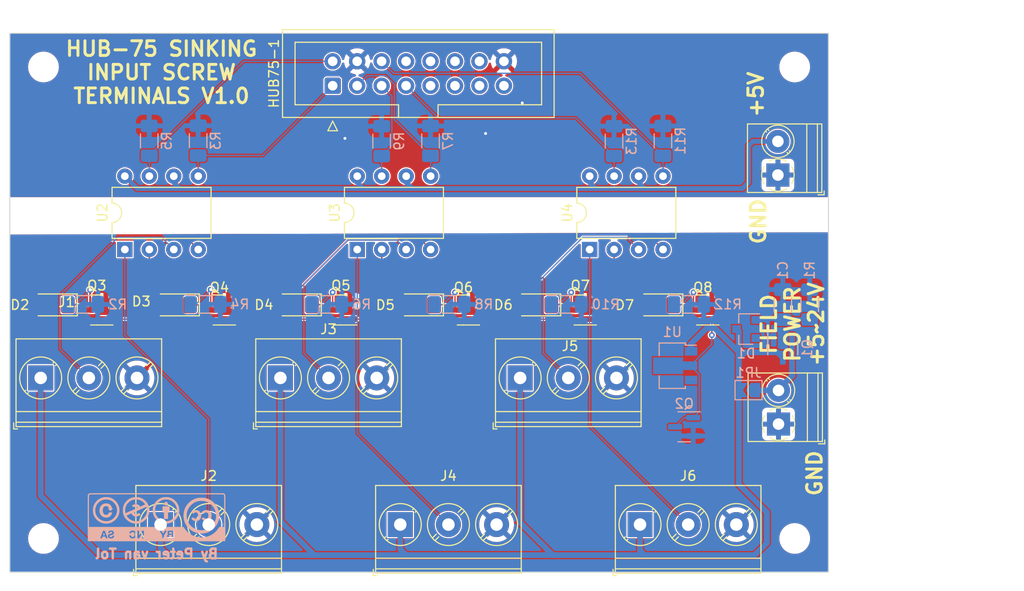
<source format=kicad_pcb>
(kicad_pcb (version 20211014) (generator pcbnew)
  (layers (0 "F.Cu" signal "Front") (31 "B.Cu" signal "Back") (34 "B.Paste" user) (35 "F.Paste" user) (36 "B.SilkS" user "B.Silkscreen") (37 "F.SilkS" user "F.Silkscreen") (38 "B.Mask" user) (39 "F.Mask" user) (44 "Edge.Cuts" user))
  (net 0 "")
  (net 1 "Net-(C1-Pad1)")
  (net 2 "GNDD")
  (net 3 "VDD")
  (net 4 "Net-(D2-Pad1)")
  (net 5 "Net-(D2-Pad2)")
  (net 6 "Net-(D3-Pad1)")
  (net 7 "Net-(D3-Pad2)")
  (net 8 "GND")
  (net 17 "GPIO1-6")
  (net 18 "GPIO1-5")
  (net 19 "GPIO1-4")
  (net 20 "GPIO1-3")
  (net 21 "GPIO1-2")
  (net 22 "GPIO1-1")
  (net 23 "Net-(JP1-Pad1)")
  (net 24 "Net-(J1-Pad2)")
  (net 25 "Net-(J2-Pad2)")
  (net 26 "Net-(J3-Pad2)")
  (net 27 "CUR_MIRROR")
  (net 28 "+5V")
  (net 29 "Net-(D4-Pad1)")
  (net 30 "Net-(D4-Pad2)")
  (net 31 "Net-(D5-Pad1)")
  (net 32 "Net-(D5-Pad2)")
  (net 33 "Net-(J4-Pad2)")
  (net 34 "Net-(J5-Pad2)")
  (net 35 "Net-(D6-Pad1)")
  (net 36 "Net-(D6-Pad2)")
  (net 37 "Net-(D7-Pad1)")
  (net 38 "Net-(D7-Pad2)")
  (net 39 "Net-(J6-Pad2)")
  (footprint "Package_TO_SOT_SMD:SOT-23" (layer "F.Cu") (at 39.0115 56.44 180)
    (fp_text reference "Q3" (at 0 2.54) (layer "F.SilkS"))
    (fp_text value "2N7002" hide)
    (pad "1" smd roundrect (at -0.9375 -0.95 180) (size 1.475 0.6) (layers "F.Cu" "F.Paste" "F.Mask") (net 27 "CUR_MIRROR"))
    (pad "2" smd roundrect (at -0.9375 0.95 180) (size 1.475 0.6) (layers "F.Cu" "F.Paste" "F.Mask") (net 2 "GNDD"))
    (pad "3" smd roundrect (at 0.9375 0 180) (size 1.475 0.6) (layers "F.Cu" "F.Paste" "F.Mask") (net 4 "Net-(D2-Pad1)"))
  )
  (footprint "Package_DIP:DIP-8_W7.62mm" (layer "F.Cu") (at 41.92 50.155 90)
    (fp_text reference "U2" (at 3.81 -2.33 90) (layer "F.SilkS"))
    (fp_text value "LTV-827" hide)
    (pad "1" thru_hole rect (at 0 0 90) (size 1.6 1.6) (drill 0.8) (layers *.Cu *.Mask) (net 25 "Net-(J2-Pad2)"))
    (pad "2" thru_hole oval (at 0 2.54 90) (size 1.6 1.6) (drill 0.8) (layers *.Cu *.Mask) (net 7 "Net-(D3-Pad2)"))
    (pad "3" thru_hole oval (at 0 5.08 90) (size 1.6 1.6) (drill 0.8) (layers *.Cu *.Mask) (net 24 "Net-(J1-Pad2)"))
    (pad "4" thru_hole oval (at 0 7.62 90) (size 1.6 1.6) (drill 0.8) (layers *.Cu *.Mask) (net 5 "Net-(D2-Pad2)"))
    (pad "5" thru_hole oval (at 7.62 7.62 90) (size 1.6 1.6) (drill 0.8) (layers *.Cu *.Mask) (net 22 "GPIO1-1"))
    (pad "6" thru_hole oval (at 7.62 5.08 90) (size 1.6 1.6) (drill 0.8) (layers *.Cu *.Mask) (net 28 "+5V"))
    (pad "7" thru_hole oval (at 7.62 2.54 90) (size 1.6 1.6) (drill 0.8) (layers *.Cu *.Mask) (net 21 "GPIO1-2"))
    (pad "8" thru_hole oval (at 7.62 0 90) (size 1.6 1.6) (drill 0.8) (layers *.Cu *.Mask) (net 28 "+5V"))
  )
  (footprint "LED_SMD:LED_1206_3216Metric_Pad1.42x1.75mm_HandSolder" (layer "F.Cu") (at 72.54339 55.91 180)
    (fp_text reference "D5" (at 2.5 -0.017) (layer "F.SilkS") (effects (justify right)))
    (fp_text value "LED_Small" hide)
    (pad "1" smd roundrect (at -1.4875 0 180) (size 1.425 1.75) (layers "F.Cu" "F.Paste" "F.Mask") (roundrect_rratio 0.1754392982) (net 31 "Net-(D5-Pad1)"))
    (pad "2" smd roundrect (at 1.4875 0 180) (size 1.425 1.75) (layers "F.Cu" "F.Paste" "F.Mask") (roundrect_rratio 0.1754392982) (net 32 "Net-(D5-Pad2)"))
  )
  (footprint "MountingHole:MountingHole_2.7mm_M2.5_DIN965" (layer "F.Cu") (at 111.472 31.186)
    (fp_text reference "HOLE2" hide)
    (fp_text value "MountingHole_2.7mm_M2.5_DIN965" hide)
    (pad "" np_thru_hole circle (at 0 0) (size 2.7 2.7) (drill 2.7) (layers *.Cu *.Mask))
  )
  (footprint "TerminalBlock_Phoenix:TerminalBlock_Phoenix_PT-1,5-3-5.0-H_1x03_P5.00mm_Horizontal" (layer "F.Cu") (at 95.41 78.74)
    (fp_text reference "J6" (at 5 -5.06) (layer "F.SilkS"))
    (fp_text value "TerminalBlock_Phoenix:TerminalBlock_Phoenix_PT-1,5-3-5.0-H_1x03_P5.00mm_Horizontal")
    (pad "1" thru_hole rect (at 0 0) (size 2.6 2.6) (drill 1.3) (layers *.Cu *.Mask) (net 3 "VDD"))
    (pad "2" thru_hole circle (at 5 0) (size 2.6 2.6) (drill 1.3) (layers *.Cu *.Mask) (net 39 "Net-(J6-Pad2)"))
    (pad "3" thru_hole circle (at 10 0) (size 2.6 2.6) (drill 1.3) (layers *.Cu *.Mask) (net 2 "GNDD"))
  )
  (footprint "MountingHole:MountingHole_2.7mm_M2.5_DIN965" (layer "F.Cu") (at 111.472 80.186)
    (fp_text reference "HOLE4" hide)
    (fp_text value "MountingHole_2.7mm_M2.5_DIN965" hide)
    (pad "" np_thru_hole circle (at 0 0) (size 2.7 2.7) (drill 2.7) (layers *.Cu *.Mask))
  )
  (footprint "Package_TO_SOT_SMD:SOT-23" (layer "F.Cu") (at 64.3533 56.44 180)
    (fp_text reference "Q5" (at 0 2.54) (layer "F.SilkS"))
    (fp_text value "2N7002" hide)
    (pad "1" smd roundrect (at -0.9375 -0.95 180) (size 1.475 0.6) (layers "F.Cu" "F.Paste" "F.Mask") (net 27 "CUR_MIRROR"))
    (pad "2" smd roundrect (at -0.9375 0.95 180) (size 1.475 0.6) (layers "F.Cu" "F.Paste" "F.Mask") (net 2 "GNDD"))
    (pad "3" smd roundrect (at 0.9375 0 180) (size 1.475 0.6) (layers "F.Cu" "F.Paste" "F.Mask") (net 29 "Net-(D4-Pad1)"))
  )
  (footprint "TerminalBlock_Phoenix:TerminalBlock_Phoenix_PT-1,5-2-3.5-H_1x02_P3.50mm_Horizontal" (layer "F.Cu") (at 109.728 42.418 90)
    (fp_text reference "PWR2" hide)
    (fp_text value "Screw_Terminal_01x02" hide)
    (pad "1" thru_hole rect (at 0 0 90) (size 2.4 2.4) (drill 1.2) (layers *.Cu *.Mask) (net 8 "GND"))
    (pad "2" thru_hole circle (at 3.5 0 90) (size 2.4 2.4) (drill 1.2) (layers *.Cu *.Mask) (net 28 "+5V"))
  )
  (footprint "TerminalBlock_Phoenix:TerminalBlock_Phoenix_PT-1,5-3-5.0-H_1x03_P5.00mm_Horizontal" (layer "F.Cu") (at 70.518 78.74)
    (fp_text reference "J4" (at 5 -5.06) (layer "F.SilkS"))
    (fp_text value "Conn_01x03_Male")
    (pad "1" thru_hole rect (at 0 0) (size 2.6 2.6) (drill 1.3) (layers *.Cu *.Mask) (net 3 "VDD"))
    (pad "2" thru_hole circle (at 5 0) (size 2.6 2.6) (drill 1.3) (layers *.Cu *.Mask) (net 33 "Net-(J4-Pad2)"))
    (pad "3" thru_hole circle (at 10 0) (size 2.6 2.6) (drill 1.3) (layers *.Cu *.Mask) (net 2 "GNDD"))
  )
  (footprint "Package_TO_SOT_SMD:SOT-23" (layer "F.Cu") (at 77.07689 56.44 180)
    (fp_text reference "Q6" (at 0 2.335) (layer "F.SilkS"))
    (fp_text value "2N7002" hide)
    (pad "1" smd roundrect (at -0.9375 -0.95 180) (size 1.475 0.6) (layers "F.Cu" "F.Paste" "F.Mask") (net 27 "CUR_MIRROR"))
    (pad "2" smd roundrect (at -0.9375 0.95 180) (size 1.475 0.6) (layers "F.Cu" "F.Paste" "F.Mask") (net 2 "GNDD"))
    (pad "3" smd roundrect (at 0.9375 0 180) (size 1.475 0.6) (layers "F.Cu" "F.Paste" "F.Mask") (net 31 "Net-(D5-Pad1)"))
  )
  (footprint "Package_TO_SOT_SMD:SOT-23" (layer "F.Cu") (at 89.208909 56.44 180)
    (fp_text reference "Q7" (at 0 2.54) (layer "F.SilkS"))
    (fp_text value "2N7002" hide)
    (pad "1" smd roundrect (at -0.9375 -0.95 180) (size 1.475 0.6) (layers "F.Cu" "F.Paste" "F.Mask") (net 27 "CUR_MIRROR"))
    (pad "2" smd roundrect (at -0.9375 0.95 180) (size 1.475 0.6) (layers "F.Cu" "F.Paste" "F.Mask") (net 2 "GNDD"))
    (pad "3" smd roundrect (at 0.9375 0 180) (size 1.475 0.6) (layers "F.Cu" "F.Paste" "F.Mask") (net 35 "Net-(D6-Pad1)"))
  )
  (footprint "LED_SMD:LED_1206_3216Metric_Pad1.42x1.75mm_HandSolder" (layer "F.Cu") (at 47.20159 55.91 180)
    (fp_text reference "D3" (at 2.5 0.359) (layer "F.SilkS") (effects (justify right)))
    (fp_text value "LED_Small" hide)
    (pad "1" smd roundrect (at -1.4875 0 180) (size 1.425 1.75) (layers "F.Cu" "F.Paste" "F.Mask") (roundrect_rratio 0.1754392982) (net 6 "Net-(D3-Pad1)"))
    (pad "2" smd roundrect (at 1.4875 0 180) (size 1.425 1.75) (layers "F.Cu" "F.Paste" "F.Mask") (roundrect_rratio 0.1754392982) (net 7 "Net-(D3-Pad2)"))
  )
  (footprint "Connector_IDC:IDC-Header_2x08_P2.54mm_Vertical" (layer "F.Cu") (at 63.5 33.1375 90)
    (fp_text reference "HUB75-1" (at 1.27 -6.1 90) (layer "F.SilkS"))
    (fp_text value "Conn_02x08_Odd_Even" hide)
    (pad "1" thru_hole roundrect (at 0 0 90) (size 1.7 1.7) (drill 1) (layers *.Cu *.Mask) (roundrect_rratio 0.1470588235) (net 22 "GPIO1-1"))
    (pad "2" thru_hole circle (at 2.54 0 90) (size 1.7 1.7) (drill 1) (layers *.Cu *.Mask) (net 21 "GPIO1-2"))
    (pad "3" thru_hole circle (at 0 2.54 90) (size 1.7 1.7) (drill 1) (layers *.Cu *.Mask) (net 20 "GPIO1-3"))
    (pad "4" thru_hole circle (at 2.54 2.54 90) (size 1.7 1.7) (drill 1) (layers *.Cu *.Mask) (net 8 "GND"))
    (pad "5" thru_hole circle (at 0 5.08 90) (size 1.7 1.7) (drill 1) (layers *.Cu *.Mask) (net 19 "GPIO1-4"))
    (pad "6" thru_hole circle (at 2.54 5.08 90) (size 1.7 1.7) (drill 1) (layers *.Cu *.Mask) (net 18 "GPIO1-5"))
    (pad "7" thru_hole circle (at 0 7.62 90) (size 1.7 1.7) (drill 1) (layers *.Cu *.Mask) (net 17 "GPIO1-6"))
    (pad "8" thru_hole circle (at 2.54 7.62 90) (size 1.7 1.7) (drill 1) (layers *.Cu *.Mask))
    (pad "9" thru_hole circle (at 0 10.16 90) (size 1.7 1.7) (drill 1) (layers *.Cu *.Mask))
    (pad "10" thru_hole circle (at 2.54 10.16 90) (size 1.7 1.7) (drill 1) (layers *.Cu *.Mask))
    (pad "11" thru_hole circle (at 0 12.7 90) (size 1.7 1.7) (drill 1) (layers *.Cu *.Mask))
    (pad "12" thru_hole circle (at 2.54 12.7 90) (size 1.7 1.7) (drill 1) (layers *.Cu *.Mask))
    (pad "13" thru_hole circle (at 0 15.24 90) (size 1.7 1.7) (drill 1) (layers *.Cu *.Mask))
    (pad "14" thru_hole circle (at 2.54 15.24 90) (size 1.7 1.7) (drill 1) (layers *.Cu *.Mask))
    (pad "15" thru_hole circle (at 0 17.78 90) (size 1.7 1.7) (drill 1) (layers *.Cu *.Mask))
    (pad "16" thru_hole circle (at 2.54 17.78 90) (size 1.7 1.7) (drill 1) (layers *.Cu *.Mask) (net 8 "GND"))
  )
  (footprint "LED_SMD:LED_1206_3216Metric_Pad1.42x1.75mm_HandSolder" (layer "F.Cu") (at 84.715409 55.91 180)
    (fp_text reference "D6" (at 4.572 0) (layer "F.SilkS") (effects (justify left)))
    (fp_text value "LED_Small" hide)
    (pad "1" smd roundrect (at -1.4875 0 180) (size 1.425 1.75) (layers "F.Cu" "F.Paste" "F.Mask") (roundrect_rratio 0.1754392982) (net 35 "Net-(D6-Pad1)"))
    (pad "2" smd roundrect (at 1.4875 0 180) (size 1.425 1.75) (layers "F.Cu" "F.Paste" "F.Mask") (roundrect_rratio 0.1754392982) (net 36 "Net-(D6-Pad2)"))
  )
  (footprint "Package_DIP:DIP-8_W7.62mm" (layer "F.Cu") (at 90.18 50.155 90)
    (fp_text reference "U4" (at 3.81 -2.33 90) (layer "F.SilkS"))
    (fp_text value "LTV-827" hide)
    (pad "1" thru_hole rect (at 0 0 90) (size 1.6 1.6) (drill 0.8) (layers *.Cu *.Mask) (net 39 "Net-(J6-Pad2)"))
    (pad "2" thru_hole oval (at 0 2.54 90) (size 1.6 1.6) (drill 0.8) (layers *.Cu *.Mask) (net 38 "Net-(D7-Pad2)"))
    (pad "3" thru_hole oval (at 0 5.08 90) (size 1.6 1.6) (drill 0.8) (layers *.Cu *.Mask) (net 34 "Net-(J5-Pad2)"))
    (pad "4" thru_hole oval (at 0 7.62 90) (size 1.6 1.6) (drill 0.8) (layers *.Cu *.Mask) (net 36 "Net-(D6-Pad2)"))
    (pad "5" thru_hole oval (at 7.62 7.62 90) (size 1.6 1.6) (drill 0.8) (layers *.Cu *.Mask) (net 18 "GPIO1-5"))
    (pad "6" thru_hole oval (at 7.62 5.08 90) (size 1.6 1.6) (drill 0.8) (layers *.Cu *.Mask) (net 28 "+5V"))
    (pad "7" thru_hole oval (at 7.62 2.54 90) (size 1.6 1.6) (drill 0.8) (layers *.Cu *.Mask) (net 17 "GPIO1-6"))
    (pad "8" thru_hole oval (at 7.62 0 90) (size 1.6 1.6) (drill 0.8) (layers *.Cu *.Mask) (net 28 "+5V"))
  )
  (footprint "LED_SMD:LED_1206_3216Metric_Pad1.42x1.75mm_HandSolder" (layer "F.Cu") (at 34.518 55.91 180)
    (fp_text reference "D2" (at 4.572 0) (layer "F.SilkS") (effects (justify left)))
    (fp_text value "LED_Small" hide)
    (pad "1" smd roundrect (at -1.4875 0 180) (size 1.425 1.75) (layers "F.Cu" "F.Paste" "F.Mask") (roundrect_rratio 0.1754392982) (net 4 "Net-(D2-Pad1)"))
    (pad "2" smd roundrect (at 1.4875 0 180) (size 1.425 1.75) (layers "F.Cu" "F.Paste" "F.Mask") (roundrect_rratio 0.1754392982) (net 5 "Net-(D2-Pad2)"))
  )
  (footprint "MountingHole:MountingHole_2.7mm_M2.5_DIN965" (layer "F.Cu") (at 33.472 31.186)
    (fp_text reference "HOLE1" hide)
    (fp_text value "MountingHole_2.7mm_M2.5_DIN965" hide)
    (pad "" np_thru_hole circle (at 0 0) (size 2.7 2.7) (drill 2.7) (layers *.Cu *.Mask))
  )
  (footprint "Package_TO_SOT_SMD:SOT-23" (layer "F.Cu") (at 101.9325 56.44 180)
    (fp_text reference "Q8" (at 0 2.335) (layer "F.SilkS"))
    (fp_text value "2N7002" hide)
    (pad "1" smd roundrect (at -0.9375 -0.95 180) (size 1.475 0.6) (layers "F.Cu" "F.Paste" "F.Mask") (net 27 "CUR_MIRROR"))
    (pad "2" smd roundrect (at -0.9375 0.95 180) (size 1.475 0.6) (layers "F.Cu" "F.Paste" "F.Mask") (net 2 "GNDD"))
    (pad "3" smd roundrect (at 0.9375 0 180) (size 1.475 0.6) (layers "F.Cu" "F.Paste" "F.Mask") (net 37 "Net-(D7-Pad1)"))
  )
  (footprint "TerminalBlock_Phoenix:TerminalBlock_Phoenix_PT-1,5-3-5.0-H_1x03_P5.00mm_Horizontal" (layer "F.Cu") (at 33.18 63.5)
    (fp_text reference "J1" (at 2.688 -7.8675) (layer "F.SilkS"))
    (fp_text value "Conn_01x03_Male")
    (pad "1" thru_hole rect (at 0 0) (size 2.6 2.6) (drill 1.3) (layers *.Cu *.Mask) (net 3 "VDD"))
    (pad "2" thru_hole circle (at 5 0) (size 2.6 2.6) (drill 1.3) (layers *.Cu *.Mask) (net 24 "Net-(J1-Pad2)"))
    (pad "3" thru_hole circle (at 10 0) (size 2.6 2.6) (drill 1.3) (layers *.Cu *.Mask) (net 2 "GNDD"))
  )
  (footprint "TerminalBlock_Phoenix:TerminalBlock_Phoenix_PT-1,5-2-3.5-H_1x02_P3.50mm_Horizontal" (layer "F.Cu") (at 109.79 68.298 90)
    (fp_text reference "PWR1" hide)
    (fp_text value "Screw_Terminal_01x02" hide)
    (pad "1" thru_hole rect (at 0 0 90) (size 2.4 2.4) (drill 1.2) (layers *.Cu *.Mask) (net 2 "GNDD"))
    (pad "2" thru_hole circle (at 3.5 0 90) (size 2.4 2.4) (drill 1.2) (layers *.Cu *.Mask) (net 23 "Net-(JP1-Pad1)"))
  )
  (footprint "MountingHole:MountingHole_2.7mm_M2.5_DIN965" (layer "F.Cu") (at 33.472 80.186)
    (fp_text reference "HOLE3" hide)
    (fp_text value "MountingHole_2.7mm_M2.5_DIN965" hide)
    (pad "" np_thru_hole circle (at 0 0) (size 2.7 2.7) (drill 2.7) (layers *.Cu *.Mask))
  )
  (footprint "TerminalBlock_Phoenix:TerminalBlock_Phoenix_PT-1,5-3-5.0-H_1x03_P5.00mm_Horizontal" (layer "F.Cu") (at 58.072 63.5)
    (fp_text reference "J3" (at 5 -5.06) (layer "F.SilkS"))
    (fp_text value "Conn_01x03_Male")
    (pad "1" thru_hole rect (at 0 0) (size 2.6 2.6) (drill 1.3) (layers *.Cu *.Mask) (net 3 "VDD"))
    (pad "2" thru_hole circle (at 5 0) (size 2.6 2.6) (drill 1.3) (layers *.Cu *.Mask) (net 26 "Net-(J3-Pad2)"))
    (pad "3" thru_hole circle (at 10 0) (size 2.6 2.6) (drill 1.3) (layers *.Cu *.Mask) (net 2 "GNDD"))
  )
  (footprint "LED_SMD:LED_1206_3216Metric_Pad1.42x1.75mm_HandSolder" (layer "F.Cu") (at 59.8598 55.91 180)
    (fp_text reference "D4" (at 4.572 0) (layer "F.SilkS") (effects (justify left)))
    (fp_text value "LED_Small" hide)
    (pad "1" smd roundrect (at -1.4875 0 180) (size 1.425 1.75) (layers "F.Cu" "F.Paste" "F.Mask") (roundrect_rratio 0.1754392982) (net 29 "Net-(D4-Pad1)"))
    (pad "2" smd roundrect (at 1.4875 0 180) (size 1.425 1.75) (layers "F.Cu" "F.Paste" "F.Mask") (roundrect_rratio 0.1754392982) (net 30 "Net-(D4-Pad2)"))
  )
  (footprint "LED_SMD:LED_1206_3216Metric_Pad1.42x1.75mm_HandSolder" (layer "F.Cu") (at 97.399 55.91 180)
    (fp_text reference "D7" (at 2.5 -0.017) (layer "F.SilkS") (effects (justify right)))
    (fp_text value "LED_Small" hide)
    (pad "1" smd roundrect (at -1.4875 0 180) (size 1.425 1.75) (layers "F.Cu" "F.Paste" "F.Mask") (roundrect_rratio 0.1754392982) (net 37 "Net-(D7-Pad1)"))
    (pad "2" smd roundrect (at 1.4875 0 180) (size 1.425 1.75) (layers "F.Cu" "F.Paste" "F.Mask") (roundrect_rratio 0.1754392982) (net 38 "Net-(D7-Pad2)"))
  )
  (footprint "TerminalBlock_Phoenix:TerminalBlock_Phoenix_PT-1,5-3-5.0-H_1x03_P5.00mm_Horizontal" (layer "F.Cu") (at 82.964 63.5)
    (fp_text reference "J5" (at 5.178 -3.303) (layer "F.SilkS"))
    (fp_text value "Conn_01x03_Male")
    (pad "1" thru_hole rect (at 0 0) (size 2.6 2.6) (drill 1.3) (layers *.Cu *.Mask) (net 3 "VDD"))
    (pad "2" thru_hole circle (at 5 0) (size 2.6 2.6) (drill 1.3) (layers *.Cu *.Mask) (net 34 "Net-(J5-Pad2)"))
    (pad "3" thru_hole circle (at 10 0) (size 2.6 2.6) (drill 1.3) (layers *.Cu *.Mask) (net 2 "GNDD"))
  )
  (footprint "Package_DIP:DIP-8_W7.62mm" (layer "F.Cu") (at 66.05 50.155 90)
    (fp_text reference "U3" (at 3.81 -2.33 90) (layer "F.SilkS"))
    (fp_text value "LTV-827" hide)
    (pad "1" thru_hole rect (at 0 0 90) (size 1.6 1.6) (drill 0.8) (layers *.Cu *.Mask) (net 33 "Net-(J4-Pad2)"))
    (pad "2" thru_hole oval (at 0 2.54 90) (size 1.6 1.6) (drill 0.8) (layers *.Cu *.Mask) (net 32 "Net-(D5-Pad2)"))
    (pad "3" thru_hole oval (at 0 5.08 90) (size 1.6 1.6) (drill 0.8) (layers *.Cu *.Mask) (net 26 "Net-(J3-Pad2)"))
    (pad "4" thru_hole oval (at 0 7.62 90) (size 1.6 1.6) (drill 0.8) (layers *.Cu *.Mask) (net 30 "Net-(D4-Pad2)"))
    (pad "5" thru_hole oval (at 7.62 7.62 90) (size 1.6 1.6) (drill 0.8) (layers *.Cu *.Mask) (net 20 "GPIO1-3"))
    (pad "6" thru_hole oval (at 7.62 5.08 90) (size 1.6 1.6) (drill 0.8) (layers *.Cu *.Mask) (net 28 "+5V"))
    (pad "7" thru_hole oval (at 7.62 2.54 90) (size 1.6 1.6) (drill 0.8) (layers *.Cu *.Mask) (net 19 "GPIO1-4"))
    (pad "8" thru_hole oval (at 7.62 0 90) (size 1.6 1.6) (drill 0.8) (layers *.Cu *.Mask) (net 28 "+5V"))
  )
  (footprint "Package_TO_SOT_SMD:SOT-23" (layer "F.Cu") (at 51.73509 56.44 180)
    (fp_text reference "Q4" (at 0 2.335) (layer "F.SilkS"))
    (fp_text value "2N7002" hide)
    (pad "1" smd roundrect (at -0.9375 -0.95 180) (size 1.475 0.6) (layers "F.Cu" "F.Paste" "F.Mask") (net 27 "CUR_MIRROR"))
    (pad "2" smd roundrect (at -0.9375 0.95 180) (size 1.475 0.6) (layers "F.Cu" "F.Paste" "F.Mask") (net 2 "GNDD"))
    (pad "3" smd roundrect (at 0.9375 0 180) (size 1.475 0.6) (layers "F.Cu" "F.Paste" "F.Mask") (net 6 "Net-(D3-Pad1)"))
  )
  (footprint "TerminalBlock_Phoenix:TerminalBlock_Phoenix_PT-1,5-3-5.0-H_1x03_P5.00mm_Horizontal" (layer "F.Cu") (at 45.626 78.74)
    (fp_text reference "J2" (at 5 -5.06) (layer "F.SilkS"))
    (fp_text value "Conn_01x03_Male")
    (pad "1" thru_hole rect (at 0 0) (size 2.6 2.6) (drill 1.3) (layers *.Cu *.Mask) (net 3 "VDD"))
    (pad "2" thru_hole circle (at 5 0) (size 2.6 2.6) (drill 1.3) (layers *.Cu *.Mask) (net 25 "Net-(J2-Pad2)"))
    (pad "3" thru_hole circle (at 10 0) (size 2.6 2.6) (drill 1.3) (layers *.Cu *.Mask) (net 2 "GNDD"))
  )
  (footprint "Jumper:SolderJumper-2_P1.3mm_Open_TrianglePad1.0x1.5mm" (layer "B.Cu") (at 106.68 64.77 180)
    (fp_text reference "JP1" (at 0 1.8) (layer "B.SilkS") (effects (justify mirror)))
    (fp_text value "Jumper_2_Open")
    (pad "1" smd custom (at -0.725 0 180) (size 0.3 0.3) (layers "B.Cu" "B.Mask") (net 23 "Net-(JP1-Pad1)") (options (clearance outline) (anchor rect)) (primitives (gr_poly (pts (xy 1 0) (xy 0.5 -0.75) (xy -0.5 -0.75) (xy -0.5 0.75) (xy 0.5 0.75)) (width 0) (fill yes))))
    (pad "2" smd custom (at 0.725 0 180) (size 0.3 0.3) (layers "B.Cu" "B.Mask") (net 3 "VDD") (options (clearance outline) (anchor rect)) (primitives (gr_poly (pts (xy 0.5 -0.75) (xy -0.65 -0.75) (xy -0.15 0) (xy -0.65 0.75) (xy 0.5 0.75)) (width 0) (fill yes))))
  )
  (footprint "Resistor_SMD:R_1206_3216Metric_Pad1.30x1.75mm_HandSolder" (layer "B.Cu") (at 49.53 38.836 90)
    (fp_text reference "R3" (at 0 1.82 90) (layer "B.SilkS") (effects (justify mirror)))
    (fp_text value "4.7K")
    (pad "1" smd roundrect (at -1.55 0 90) (size 1.3 1.75) (layers "B.Cu" "B.Paste" "B.Mask") (roundrect_rratio 0.1923076923) (net 22 "GPIO1-1"))
    (pad "2" smd roundrect (at 1.55 0 90) (size 1.3 1.75) (layers "B.Cu" "B.Paste" "B.Mask") (roundrect_rratio 0.1923076923) (net 8 "GND"))
  )
  (footprint "Resistor_SMD:R_1206_3216Metric_Pad1.30x1.75mm_HandSolder" (layer "B.Cu") (at 87.763409 55.86 180)
    (fp_text reference "R10" (at -2.54 0) (layer "B.SilkS") (effects (justify right mirror)))
    (fp_text value "R" hide)
    (pad "1" smd roundrect (at -1.55 0 180) (size 1.3 1.75) (layers "B.Cu" "B.Paste" "B.Mask") (roundrect_rratio 0.1923076923) (net 2 "GNDD"))
    (pad "2" smd roundrect (at 1.55 0 180) (size 1.3 1.75) (layers "B.Cu" "B.Paste" "B.Mask") (roundrect_rratio 0.1923076923) (net 35 "Net-(D6-Pad1)"))
  )
  (footprint "Resistor_SMD:R_1206_3216Metric_Pad1.30x1.75mm_HandSolder" (layer "B.Cu") (at 44.45 38.862 90)
    (fp_text reference "R5" (at 0 1.82 90) (layer "B.SilkS") (effects (justify mirror)))
    (fp_text value "4.7K")
    (pad "1" smd roundrect (at -1.55 0 90) (size 1.3 1.75) (layers "B.Cu" "B.Paste" "B.Mask") (roundrect_rratio 0.1923076923) (net 21 "GPIO1-2"))
    (pad "2" smd roundrect (at 1.55 0 90) (size 1.3 1.75) (layers "B.Cu" "B.Paste" "B.Mask") (roundrect_rratio 0.1923076923) (net 8 "GND"))
  )
  (footprint "Resistor_SMD:R_1206_3216Metric_Pad1.30x1.75mm_HandSolder" (layer "B.Cu") (at 97.79 38.866 90)
    (fp_text reference "R11" (at 0 1.82 90) (layer "B.SilkS") (effects (justify mirror)))
    (fp_text value "4.7K")
    (pad "1" smd roundrect (at -1.55 0 90) (size 1.3 1.75) (layers "B.Cu" "B.Paste" "B.Mask") (roundrect_rratio 0.1923076923) (net 18 "GPIO1-5"))
    (pad "2" smd roundrect (at 1.55 0 90) (size 1.3 1.75) (layers "B.Cu" "B.Paste" "B.Mask") (roundrect_rratio 0.1923076923) (net 8 "GND"))
  )
  (footprint "Resistor_SMD:R_1206_3216Metric_Pad1.30x1.75mm_HandSolder" (layer "B.Cu") (at 62.8978 55.86 180)
    (fp_text reference "R6" (at -2.54 0) (layer "B.SilkS") (effects (justify right mirror)))
    (fp_text value "R" hide)
    (pad "1" smd roundrect (at -1.55 0 180) (size 1.3 1.75) (layers "B.Cu" "B.Paste" "B.Mask") (roundrect_rratio 0.1923076923) (net 2 "GNDD"))
    (pad "2" smd roundrect (at 1.55 0 180) (size 1.3 1.75) (layers "B.Cu" "B.Paste" "B.Mask") (roundrect_rratio 0.1923076923) (net 29 "Net-(D4-Pad1)"))
  )
  (footprint "Resistor_SMD:R_1206_3216Metric_Pad1.30x1.75mm_HandSolder" (layer "B.Cu") (at 113.03 55.88 90)
    (fp_text reference "R1" (at 3.556 0 90) (layer "B.SilkS") (effects (justify mirror)))
    (fp_text value "10K" hide)
    (pad "1" smd roundrect (at -1.55 0 90) (size 1.3 1.75) (layers "B.Cu" "B.Paste" "B.Mask") (roundrect_rratio 0.1923076923) (net 1 "Net-(C1-Pad1)"))
    (pad "2" smd roundrect (at 1.55 0 90) (size 1.3 1.75) (layers "B.Cu" "B.Paste" "B.Mask") (roundrect_rratio 0.1923076923) (net 2 "GNDD"))
  )
  (footprint "Resistor_SMD:R_1206_3216Metric_Pad1.30x1.75mm_HandSolder" (layer "B.Cu") (at 100.487 55.86 180)
    (fp_text reference "R12" (at -2.5 0) (layer "B.SilkS") (effects (justify right mirror)))
    (fp_text value "R" hide)
    (pad "1" smd roundrect (at -1.55 0 180) (size 1.3 1.75) (layers "B.Cu" "B.Paste" "B.Mask") (roundrect_rratio 0.1923076923) (net 2 "GNDD"))
    (pad "2" smd roundrect (at 1.55 0 180) (size 1.3 1.75) (layers "B.Cu" "B.Paste" "B.Mask") (roundrect_rratio 0.1923076923) (net 37 "Net-(D7-Pad1)"))
  )
  (footprint "Package_TO_SOT_SMD:SOT-23" (layer "B.Cu") (at 110.236 60.452 -90)
    (fp_text reference "Q1" (at 0 -2.54 90) (layer "B.SilkS") (effects (justify mirror)))
    (fp_text value "AO3401A" hide)
    (pad "1" smd roundrect (at -0.9375 0.95 270) (size 1.475 0.6) (layers "B.Cu" "B.Paste" "B.Mask") (net 1 "Net-(C1-Pad1)"))
    (pad "2" smd roundrect (at -0.9375 -0.95 270) (size 1.475 0.6) (layers "B.Cu" "B.Paste" "B.Mask") (net 23 "Net-(JP1-Pad1)"))
    (pad "3" smd roundrect (at 0.9375 0 270) (size 1.475 0.6) (layers "B.Cu" "B.Paste" "B.Mask") (net 3 "VDD"))
  )
  (footprint "Package_TO_SOT_SMD:SOT-23" (layer "B.Cu") (at 99.9975 68.58 180)
    (fp_text reference "Q2" (at 0 2.4) (layer "B.SilkS") (effects (justify mirror)))
    (fp_text value "2N7002" hide)
    (pad "1" smd roundrect (at -0.9375 0.95 180) (size 1.475 0.6) (layers "B.Cu" "B.Paste" "B.Mask") (net 27 "CUR_MIRROR"))
    (pad "2" smd roundrect (at -0.9375 -0.95 180) (size 1.475 0.6) (layers "B.Cu" "B.Paste" "B.Mask") (net 2 "GNDD"))
    (pad "3" smd roundrect (at 0.9375 0 180) (size 1.475 0.6) (layers "B.Cu" "B.Paste" "B.Mask") (net 27 "CUR_MIRROR"))
  )
  (footprint "Resistor_SMD:R_1206_3216Metric_Pad1.30x1.75mm_HandSolder" (layer "B.Cu") (at 50.28959 55.86 180)
    (fp_text reference "R4" (at -2.5 0) (layer "B.SilkS") (effects (justify right mirror)))
    (fp_text value "R" hide)
    (pad "1" smd roundrect (at -1.55 0 180) (size 1.3 1.75) (layers "B.Cu" "B.Paste" "B.Mask") (roundrect_rratio 0.1923076923) (net 2 "GNDD"))
    (pad "2" smd roundrect (at 1.55 0 180) (size 1.3 1.75) (layers "B.Cu" "B.Paste" "B.Mask") (roundrect_rratio 0.1923076923) (net 6 "Net-(D3-Pad1)"))
  )
  (footprint "Resistor_SMD:R_1206_3216Metric_Pad1.30x1.75mm_HandSolder" (layer "B.Cu") (at 37.566 55.86 180)
    (fp_text reference "R2" (at -2.54 0) (layer "B.SilkS") (effects (justify right mirror)))
    (fp_text value "R" hide)
    (pad "1" smd roundrect (at -1.55 0 180) (size 1.3 1.75) (layers "B.Cu" "B.Paste" "B.Mask") (roundrect_rratio 0.1923076923) (net 2 "GNDD"))
    (pad "2" smd roundrect (at 1.55 0 180) (size 1.3 1.75) (layers "B.Cu" "B.Paste" "B.Mask") (roundrect_rratio 0.1923076923) (net 4 "Net-(D2-Pad1)"))
  )
  (footprint "Resistor_SMD:R_1206_3216Metric_Pad1.30x1.75mm_HandSolder" (layer "B.Cu") (at 68.58 38.892 90)
    (fp_text reference "R9" (at 0 1.82 90) (layer "B.SilkS") (effects (justify mirror)))
    (fp_text value "4.7K")
    (pad "1" smd roundrect (at -1.55 0 90) (size 1.3 1.75) (layers "B.Cu" "B.Paste" "B.Mask") (roundrect_rratio 0.1923076923) (net 19 "GPIO1-4"))
    (pad "2" smd roundrect (at 1.55 0 90) (size 1.3 1.75) (layers "B.Cu" "B.Paste" "B.Mask") (roundrect_rratio 0.1923076923) (net 8 "GND"))
  )
  (footprint "Capacitor_SMD:C_1206_3216Metric_Pad1.33x1.80mm_HandSolder" (layer "B.Cu") (at 110.236 55.88 90)
    (fp_text reference "C1" (at 3.556 0 90) (layer "B.SilkS") (effects (justify mirror)))
    (fp_text value "15nF" hide)
    (pad "1" smd roundrect (at -1.5625 0 90) (size 1.325 1.8) (layers "B.Cu" "B.Paste" "B.Mask") (roundrect_rratio 0.1886792453) (net 1 "Net-(C1-Pad1)"))
    (pad "2" smd roundrect (at 1.5625 0 90) (size 1.325 1.8) (layers "B.Cu" "B.Paste" "B.Mask") (roundrect_rratio 0.1886792453) (net 2 "GNDD"))
  )
  (footprint "Diode_SMD:D_SOT-23_ANK" (layer "B.Cu") (at 106.426 58.42 180)
    (fp_text reference "D1" (at 0 -2.54) (layer "B.SilkS") (effects (justify mirror)))
    (fp_text value "D_Zener")
    (pad "" smd rect (at -1 -0.95 180) (size 0.9 0.8) (layers "B.Cu" "B.Paste" "B.Mask"))
    (pad "1" smd rect (at 1 0 180) (size 0.9 0.8) (layers "B.Cu" "B.Paste" "B.Mask") (net 3 "VDD"))
    (pad "2" smd rect (at -1 0.95 180) (size 0.9 0.8) (layers "B.Cu" "B.Paste" "B.Mask") (net 1 "Net-(C1-Pad1)"))
  )
  (footprint "Package_TO_SOT_SMD:SOT-89-3" (layer "B.Cu") (at 99.06 62.23 180)
    (fp_text reference "U1" (at 0.3 3.5) (layer "B.SilkS") (effects (justify mirror)))
    (fp_text value "CL2N8-G" hide)
    (pad "1" smd rect (at -1.65 1.5 180) (size 1.3 0.9) (layers "B.Cu" "B.Paste" "B.Mask") (net 3 "VDD"))
    (pad "2" smd custom (at -1.5625 0 180) (size 1.475 0.9) (layers "B.Cu" "B.Paste" "B.Mask") (net 27 "CUR_MIRROR") (options (clearance outline) (anchor rect)) (primitives (gr_poly (pts (xy 3.8625 0.8665) (xy 0.7375 0.8665) (xy 0.7375 -0.8665) (xy 3.8625 -0.8665)) (width 0) (fill yes))))
    (pad "3" smd rect (at -1.65 -1.5 180) (size 1.3 0.9) (layers "B.Cu" "B.Paste" "B.Mask"))
  )
  (footprint "Resistor_SMD:R_1206_3216Metric_Pad1.30x1.75mm_HandSolder" (layer "B.Cu") (at 92.71 38.892 90)
    (fp_text reference "R13" (at 0 1.82 90) (layer "B.SilkS") (effects (justify mirror)))
    (fp_text value "4.7K")
    (pad "1" smd roundrect (at -1.55 0 90) (size 1.3 1.75) (layers "B.Cu" "B.Paste" "B.Mask") (roundrect_rratio 0.1923076923) (net 17 "GPIO1-6"))
    (pad "2" smd roundrect (at 1.55 0 90) (size 1.3 1.75) (layers "B.Cu" "B.Paste" "B.Mask") (roundrect_rratio 0.1923076923) (net 8 "GND"))
  )
  (footprint "Resistor_SMD:R_1206_3216Metric_Pad1.30x1.75mm_HandSolder" (layer "B.Cu") (at 75.62139 55.86 180)
    (fp_text reference "R8" (at -2.5 0) (layer "B.SilkS") (effects (justify right mirror)))
    (fp_text value "R" hide)
    (pad "1" smd roundrect (at -1.55 0 180) (size 1.3 1.75) (layers "B.Cu" "B.Paste" "B.Mask") (roundrect_rratio 0.1923076923) (net 2 "GNDD"))
    (pad "2" smd roundrect (at 1.55 0 180) (size 1.3 1.75) (layers "B.Cu" "B.Paste" "B.Mask") (roundrect_rratio 0.1923076923) (net 31 "Net-(D5-Pad1)"))
  )
  (footprint "LOGO" (layer "B.Cu") (at 45.212 77.978 180)
    (fp_text reference "G***" hide)
    (fp_text value "LOGO" hide)
  )
  (footprint "Resistor_SMD:R_1206_3216Metric_Pad1.30x1.75mm_HandSolder" (layer "B.Cu") (at 73.66 38.866 90)
    (fp_text reference "R7" (at 0 1.82 90) (layer "B.SilkS") (effects (justify mirror)))
    (fp_text value "4.7K")
    (pad "1" smd roundrect (at -1.55 0 90) (size 1.3 1.75) (layers "B.Cu" "B.Paste" "B.Mask") (roundrect_rratio 0.1923076923) (net 20 "GPIO1-3"))
    (pad "2" smd roundrect (at 1.55 0 90) (size 1.3 1.75) (layers "B.Cu" "B.Paste" "B.Mask") (roundrect_rratio 0.1923076923) (net 8 "GND"))
  )
  (gr_rect (start 29.972 27.686) (end 114.972 83.686) (layer "Edge.Cuts") (width 0.1) (fill none))
  (gr_text "By Peter van Tol" (at 45.212 81.788) (layer "B.SilkS") (effects (font (size 1 1) (thickness 0.25)) (justify mirror)))
  (gr_text "GND" (at 107.696 47.244 90) (layer "F.SilkS") (effects (font (size 1.524 1.524) (thickness 0.3048))))
  (gr_text "FIELD\nPOWER\n+5~24V" (at 111.252 57.912 90) (layer "F.SilkS") (effects (font (size 1.524 1.524) (thickness 0.3048))))
  (gr_text "HUB-75 SINKING\nINPUT SCREW\nTERMINALS V1.0" (at 45.72 31.75) (layer "F.SilkS") (effects (font (size 1.524 1.524) (thickness 0.3048))))
  (gr_text "GND" (at 113.538 73.406 90) (layer "F.SilkS") (effects (font (size 1.524 1.524) (thickness 0.3048))))
  (gr_text "+5V" (at 107.442 34.036 90) (layer "F.SilkS") (effects (font (size 1.524 1.524) (thickness 0.3048))))
  (segment (start 107.426 57.47) (end 107.488 57.532) (width 0.4) (layer "B.Cu") (net 1))
  (segment (start 108.6735 57.3915) (end 108.686 57.404) (width 0.127) (layer "B.Cu") (net 1))
  (segment (start 108.558 57.532) (end 108.686 57.404) (width 0.127) (layer "B.Cu") (net 1))
  (segment (start 112.9915 57.3915) (end 108.6735 57.3915) (width 0.4) (layer "B.Cu") (net 1))
  (segment (start 113.03 57.43) (end 112.9915 57.3915) (width 0.4) (layer "B.Cu") (net 1))
  (segment (start 108.686 58.9145) (end 109.286 59.5145) (width 0.4) (layer "B.Cu") (net 1))
  (segment (start 108.686 57.404) (end 108.686 58.9145) (width 0.4) (layer "B.Cu") (net 1))
  (segment (start 107.488 57.532) (end 108.558 57.532) (width 0.4) (layer "B.Cu") (net 1))
  (segment (start 92.964 75.682) (end 92.964 75.692) (width 0.2) (layer "F.Cu") (net 2))
  (segment (start 80.518 75.682) (end 80.518 75.692) (width 0.2) (layer "F.Cu") (net 2))
  (segment (start 105.547 79.568) (end 105.664 79.451) (width 0.2) (layer "B.Cu") (net 2))
  (segment (start 45.626 81.186) (end 45.626 78.74) (width 0.6) (layer "B.Cu") (net 3))
  (segment (start 58.072 78.392) (end 58.072 63.5) (width 0.6) (layer "B.Cu") (net 3))
  (segment (start 102.327 58.328) (end 100.71 59.945) (width 0.6) (layer "B.Cu") (net 3))
  (segment (start 33.18 75.725) (end 33.18 63.5) (width 0.6) (layer "B.Cu") (net 3))
  (segment (start 103.171134 58.328) (end 102.327 58.328) (width 0.6) (layer "B.Cu") (net 3))
  (segment (start 86.36 81.915) (end 82.964 78.519) (width 0.6) (layer "B.Cu") (net 3))
  (segment (start 71.12 81.915) (end 61.595 81.915) (width 0.6) (layer "B.Cu") (net 3))
  (segment (start 108.585 80.645) (end 107.315 81.915) (width 0.6) (layer "B.Cu") (net 3))
  (segment (start 105.664 61.468) (end 106.3 60.832) (width 0.6) (layer "B.Cu") (net 3))
  (segment (start 61.595 81.915) (end 46.355 81.915) (width 0.6) (layer "B.Cu") (net 3))
  (segment (start 61.595 81.915) (end 58.072 78.392) (width 0.6) (layer "B.Cu") (net 3))
  (segment (start 107.315 81.915) (end 95.885 81.915) (width 0.6) (layer "B.Cu") (net 3))
  (segment (start 100.71 59.945) (end 100.71 60.73) (width 0.6) (layer "B.Cu") (net 3))
  (segment (start 95.41 81.44) (end 95.41 78.74) (width 0.6) (layer "B.Cu") (net 3))
  (segment (start 105.664 61.468) (end 105.664 74.549) (width 0.6) (layer "B.Cu") (net 3))
  (segment (start 46.355 81.915) (end 45.626 81.186) (width 0.6) (layer "B.Cu") (net 3))
  (segment (start 95.885 81.915) (end 86.36 81.915) (width 0.6) (layer "B.Cu") (net 3))
  (segment (start 105.664 74.549) (end 108.585 77.47) (width 0.6) (layer "B.Cu") (net 3))
  (segment (start 108.585 77.47) (end 108.585 80.645) (width 0.6) (layer "B.Cu") (net 3))
  (segment (start 39.37 81.915) (end 33.18 75.725) (width 0.6) (layer "B.Cu") (net 3))
  (segment (start 70.518 81.313) (end 70.518 78.74) (width 0.6) (layer "B.Cu") (net 3))
  (segment (start 109.6785 60.832) (end 106.426 60.832) (width 0.6) (layer "B.Cu") (net 3))
  (segment (start 105.664 61.468) (end 105.664 60.820866) (width 0.6) (layer "B.Cu") (net 3))
  (segment (start 46.355 81.915) (end 39.37 81.915) (width 0.6) (layer "B.Cu") (net 3))
  (segment (start 71.12 81.915) (end 70.518 81.313) (width 0.6) (layer "B.Cu") (net 3))
  (segment (start 95.885 81.915) (end 95.41 81.44) (width 0.6) (layer "B.Cu") (net 3))
  (segment (start 105.664 58.658) (end 105.426 58.42) (width 0.6) (layer "B.Cu") (net 3))
  (segment (start 105.664 61.468) (end 105.664 58.658) (width 0.6) (layer "B.Cu") (net 3))
  (segment (start 86.36 81.915) (end 71.12 81.915) (width 0.6) (layer "B.Cu") (net 3))
  (segment (start 82.964 78.519) (end 82.964 63.5) (width 0.6) (layer "B.Cu") (net 3))
  (segment (start 105.664 60.820866) (end 103.171134 58.328) (width 0.6) (layer "B.Cu") (net 3))
  (segment (start 110.236 61.3895) (end 109.6785 60.832) (width 0.6) (layer "B.Cu") (net 3))
  (segment (start 37.544 55.91) (end 38.074 56.44) (width 0.127) (layer "F.Cu") (net 4))
  (segment (start 36.0055 55.91) (end 37.544 55.91) (width 0.127) (layer "F.Cu") (net 4))
  (segment (start 38.3175 54.356) (end 38.3175 56.1965) (width 0.2) (layer "F.Cu") (net 4))
  (segment (start 38.3175 56.1965) (end 38.074 56.44) (width 0.2) (layer "F.Cu") (net 4))
  (via (at 38.3175 54.356) (size 0.6) (drill 0.3) (layers "F.Cu" "B.Cu") (net 4))
  (segment (start 36.8135 55.86) (end 38.3175 54.356) (width 0.127) (layer "B.Cu") (net 4))
  (segment (start 36.016 55.86) (end 36.8135 55.86) (width 0.127) (layer "B.Cu") (net 4))
  (segment (start 39.776 49.1645) (end 48.5495 49.1645) (width 0.127) (layer "F.Cu") (net 5))
  (segment (start 33.0305 55.91) (end 39.776 49.1645) (width 0.127) (layer "F.Cu") (net 5))
  (segment (start 48.5495 49.1645) (end 49.54 50.155) (width 0.127) (layer "F.Cu") (net 5))
  (segment (start 50.26759 55.91) (end 50.79759 56.44) (width 0.127) (layer "F.Cu") (net 6))
  (segment (start 50.836 54.32) (end 50.836 56.40159) (width 0.127) (layer "F.Cu") (net 6))
  (segment (start 50.836 56.40159) (end 50.79759 56.44) (width 0.127) (layer "F.Cu") (net 6))
  (segment (start 48.68909 55.91) (end 50.26759 55.91) (width 0.127) (layer "F.Cu") (net 6))
  (via (at 50.836 54.32) (size 0.6) (drill 0.3) (layers "F.Cu" "B.Cu") (net 6))
  (segment (start 49.296 55.86) (end 50.836 54.32) (width 0.127) (layer "B.Cu") (net 6))
  (segment (start 48.73959 55.86) (end 49.296 55.86) (width 0.127) (layer "B.Cu") (net 6))
  (segment (start 44.46 54.65591) (end 44.46 50.155) (width 0.127) (layer "F.Cu") (net 7))
  (segment (start 45.71409 55.91) (end 44.46 54.65591) (width 0.127) (layer "F.Cu") (net 7))
  (via (at 64.77 38.608) (size 0.6) (drill 0.3) (layers "F.Cu" "B.Cu") (net 8))
  (via (at 79.375 38.1) (size 0.6) (drill 0.3) (layers "F.Cu" "B.Cu") (net 8))
  (via (at 83.185 34.925) (size 0.6) (drill 0.3) (layers "F.Cu" "B.Cu") (net 8))
  (segment (start 74.458 36.4755) (end 71.12 33.1375) (width 0.127) (layer "B.Cu") (net 17))
  (segment (start 92.71 40.442) (end 88.7435 36.4755) (width 0.127) (layer "B.Cu") (net 17))
  (segment (start 92.71 40.442) (end 92.72 40.452) (width 0.127) (layer "B.Cu") (net 17))
  (segment (start 92.72 40.452) (end 92.72 42.535) (width 0.127) (layer "B.Cu") (net 17))
  (segment (start 88.7435 36.4755) (end 74.458 36.4755) (width 0.127) (layer "B.Cu") (net 17))
  (segment (start 97.79 40.416) (end 97.8 40.426) (width 0.127) (layer "B.Cu") (net 18))
  (segment (start 97.79 40.416) (end 89.217 31.843) (width 0.127) (layer "B.Cu") (net 18))
  (segment (start 69.8255 31.843) (end 68.58 30.5975) (width 0.127) (layer "B.Cu") (net 18))
  (segment (start 89.217 31.843) (end 69.8255 31.843) (width 0.127) (layer "B.Cu") (net 18))
  (segment (start 97.8 40.426) (end 97.8 42.535) (width 0.127) (layer "B.Cu") (net 18))
  (segment (start 68.59 40.452) (end 68.59 42.535) (width 0.127) (layer "B.Cu") (net 19))
  (segment (start 68.58 40.442) (end 69.6455 39.3765) (width 0.127) (layer "B.Cu") (net 19))
  (segment (start 69.6455 34.203) (end 68.58 33.1375) (width 0.127) (layer "B.Cu") (net 19))
  (segment (start 69.6455 39.3765) (end 69.6455 34.203) (width 0.127) (layer "B.Cu") (net 19))
  (segment (start 68.58 40.442) (end 68.59 40.452) (width 0.127) (layer "B.Cu") (net 19))
  (segment (start 69.8995 32.98551) (end 69.01099 32.097) (width 0.127) (layer "B.Cu") (net 20))
  (segment (start 69.01099 32.097) (end 67.0805 32.097) (width 0.127) (layer "B.Cu") (net 20))
  (segment (start 73.67 40.426) (end 73.67 42.535) (width 0.127) (layer "B.Cu") (net 20))
  (segment (start 69.8995 36.6555) (end 69.8995 32.98551) (width 0.127) (layer "B.Cu") (net 20))
  (segment (start 73.66 40.416) (end 73.67 40.426) (width 0.127) (layer "B.Cu") (net 20))
  (segment (start 67.0805 32.097) (end 66.04 33.1375) (width 0.127) (layer "B.Cu") (net 20))
  (segment (start 73.66 40.416) (end 69.8995 36.6555) (width 0.127) (layer "B.Cu") (net 20))
  (segment (start 44.45 40.412) (end 44.46 40.422) (width 0.127) (layer "B.Cu") (net 21))
  (segment (start 44.46 40.422) (end 44.46 42.535) (width 0.127) (layer "B.Cu") (net 21))
  (segment (start 44.45 40.412) (end 54.2645 30.5975) (width 0.127) (layer "B.Cu") (net 21))
  (segment (start 54.2645 30.5975) (end 63.5 30.5975) (width 0.127) (layer "B.Cu") (net 21))
  (segment (start 49.53 40.386) (end 49.54 40.396) (width 0.127) (layer "B.Cu") (net 22))
  (segment (start 49.53 40.386) (end 56.2515 40.386) (width 0.127) (layer "B.Cu") (net 22))
  (segment (start 49.54 40.396) (end 49.54 42.535) (width 0.127) (layer "B.Cu") (net 22))
  (segment (start 56.2515 40.386) (end 63.5 33.1375) (width 0.127) (layer "B.Cu") (net 22))
  (segment (start 111.186 63.18) (end 111.186 59.5145) (width 0.6) (layer "B.Cu") (net 23))
  (segment (start 107.433 64.798) (end 109.79 64.798) (width 0.6) (layer "B.Cu") (net 23))
  (segment (start 109.79 64.798) (end 109.79 64.708) (width 0.6) (layer "B.Cu") (net 23))
  (segment (start 107.405 64.77) (end 107.433 64.798) (width 0.127) (layer "B.Cu") (net 23))
  (segment (start 111.252 63.246) (end 111.186 63.18) (width 0.6) (layer "B.Cu") (net 23))
  (segment (start 109.79 64.708) (end 111.252 63.246) (width 0.6) (layer "B.Cu") (net 23))
  (segment (start 35.1755 54.9185) (end 35.1755 60.4955) (width 0.127) (layer "B.Cu") (net 24))
  (segment (start 47 50.155) (end 45.74 48.895) (width 0.127) (layer "B.Cu") (net 24))
  (segment (start 35.1755 60.4955) (end 38.18 63.5) (width 0.127) (layer "B.Cu") (net 24))
  (segment (start 45.74 48.895) (end 41.199 48.895) (width 0.127) (layer "B.Cu") (net 24))
  (segment (start 41.199 48.895) (end 35.1755 54.9185) (width 0.127) (layer "B.Cu") (net 24))
  (segment (start 50.626 78.74) (end 50.626 67.771) (width 0.127) (layer "B.Cu") (net 25))
  (segment (start 50.626 67.771) (end 41.92 59.065) (width 0.127) (layer "B.Cu") (net 25))
  (segment (start 41.92 59.065) (end 41.92 50.155) (width 0.127) (layer "B.Cu") (net 25))
  (segment (start 60.5073 53.7167) (end 60.5073 60.9353) (width 0.127) (layer "B.Cu") (net 26))
  (segment (start 71.13 50.155) (end 70.1395 49.1645) (width 0.127) (layer "B.Cu") (net 26))
  (segment (start 70.1395 49.1645) (end 65.0595 49.1645) (width 0.127) (layer "B.Cu") (net 26))
  (segment (start 65.0595 49.1645) (end 60.5073 53.7167) (width 0.127) (layer "B.Cu") (net 26))
  (segment (start 60.5073 60.9353) (end 63.072 63.5) (width 0.127) (layer "B.Cu") (net 26))
  (segment (start 52.67259 57.39) (end 65.2908 57.39) (width 0.127) (layer "F.Cu") (net 27))
  (segment (start 65.2908 57.39) (end 78.01439 57.39) (width 0.127) (layer "F.Cu") (net 27))
  (segment (start 102.87 57.39) (end 102.87 59.055) (width 0.127) (layer "F.Cu") (net 27))
  (segment (start 90.146409 57.39) (end 102.87 57.39) (width 0.127) (layer "F.Cu") (net 27))
  (segment (start 78.01439 57.39) (end 90.146409 57.39) (width 0.127) (layer "F.Cu") (net 27))
  (segment (start 39.949 57.39) (end 52.67259 57.39) (width 0.127) (layer "F.Cu") (net 27))
  (via (at 102.87 59.055) (size 0.6) (drill 0.3) (layers "F.Cu" "B.Cu") (net 27))
  (segment (start 99.06 68.58) (end 100.01 67.63) (width 0.127) (layer "B.Cu") (net 27))
  (segment (start 102.87 59.9825) (end 102.87 59.055) (width 0.127) (layer "B.Cu") (net 27))
  (segment (start 100.01 67.63) (end 100.935 67.63) (width 0.127) (layer "B.Cu") (net 27))
  (segment (start 101.5505 67.0145) (end 101.5505 63.158) (width 0.127) (layer "B.Cu") (net 27))
  (segment (start 101.5505 63.158) (end 100.6225 62.23) (width 0.127) (layer "B.Cu") (net 27))
  (segment (start 100.935 67.63) (end 101.5505 67.0145) (width 0.127) (layer "B.Cu") (net 27))
  (segment (start 100.6225 62.23) (end 102.87 59.9825) (width 0.127) (layer "B.Cu") (net 27))
  (segment (start 95.885 43.815) (end 90.805 43.815) (width 0.5) (layer "B.Cu") (net 28))
  (segment (start 109.728 38.918) (end 107.132 38.918) (width 0.5) (layer "B.Cu") (net 28))
  (segment (start 47.625 43.815) (end 43.2 43.815) (width 0.5) (layer "B.Cu") (net 28))
  (segment (start 47 43.19) (end 47 42.535) (width 0.5) (layer "B.Cu") (net 28))
  (segment (start 106.68 43.18) (end 106.045 43.815) (width 0.5) (layer "B.Cu") (net 28))
  (segment (start 90.18 43.19) (end 90.18 42.535) (width 0.5) (layer "B.Cu") (net 28))
  (segment (start 43.2 43.815) (end 41.92 42.535) (width 0.5) (layer "B.Cu") (net 28))
  (segment (start 90.805 43.815) (end 90.18 43.19) (width 0.5) (layer "B.Cu") (net 28))
  (segment (start 71.13 43.19) (end 71.13 42.535) (width 0.5) (layer "B.Cu") (net 28))
  (segment (start 95.885 43.815) (end 95.26 43.19) (width 0.5) (layer "B.Cu") (net 28))
  (segment (start 90.805 43.815) (end 71.755 43.815) (width 0.5) (layer "B.Cu") (net 28))
  (segment (start 47.625 43.815) (end 47 43.19) (width 0.5) (layer "B.Cu") (net 28))
  (segment (start 66.675 43.815) (end 47.625 43.815) (width 0.5) (layer "B.Cu") (net 28))
  (segment (start 71.755 43.815) (end 71.13 43.19) (width 0.5) (layer "B.Cu") (net 28))
  (segment (start 106.045 43.815) (end 95.885 43.815) (width 0.5) (layer "B.Cu") (net 28))
  (segment (start 66.675 43.815) (end 66.05 43.19) (width 0.5) (layer "B.Cu") (net 28))
  (segment (start 95.26 43.19) (end 95.26 42.535) (width 0.5) (layer "B.Cu") (net 28))
  (segment (start 107.132 38.918) (end 106.68 39.37) (width 0.5) (layer "B.Cu") (net 28))
  (segment (start 66.05 43.19) (end 66.05 42.535) (width 0.5) (layer "B.Cu") (net 28))
  (segment (start 71.755 43.815) (end 66.675 43.815) (width 0.5) (layer "B.Cu") (net 28))
  (segment (start 106.68 39.37) (end 106.68 43.18) (width 0.5) (layer "B.Cu") (net 28))
  (segment (start 61.3473 55.91) (end 62.8858 55.91) (width 0.127) (layer "F.Cu") (net 29))
  (segment (start 63.5 56.3558) (end 63.4158 56.44) (width 0.127) (layer "F.Cu") (net 29))
  (segment (start 63.5 54.61) (end 63.5 56.3558) (width 0.127) (layer "F.Cu") (net 29))
  (segment (start 62.8858 55.91) (end 63.4158 56.44) (width 0.127) (layer "F.Cu") (net 29))
  (via (at 63.5 54.61) (size 0.6) (drill 0.3) (layers "F.Cu" "B.Cu") (net 29))
  (segment (start 62.25 55.86) (end 63.5 54.61) (width 0.127) (layer "B.Cu") (net 29))
  (segment (start 61.3478 55.86) (end 62.25 55.86) (width 0.127) (layer "B.Cu") (net 29))
  (segment (start 65.1178 49.1645) (end 72.6795 49.1645) (width 0.127) (layer "F.Cu") (net 30))
  (segment (start 72.6795 49.1645) (end 73.67 50.155) (width 0.127) (layer "F.Cu") (net 30))
  (segment (start 58.3723 55.91) (end 65.1178 49.1645) (width 0.127) (layer "F.Cu") (net 30))
  (segment (start 76.2 56.37939) (end 76.13939 56.44) (width 0.127) (layer "F.Cu") (net 31))
  (segment (start 75.60939 55.91) (end 76.13939 56.44) (width 0.127) (layer "F.Cu") (net 31))
  (segment (start 74.03089 55.91) (end 75.60939 55.91) (width 0.127) (layer "F.Cu") (net 31))
  (segment (start 76.2 54.61) (end 76.2 56.37939) (width 0.127) (layer "F.Cu") (net 31))
  (via (at 76.2 54.61) (size 0.6) (drill 0.3) (layers "F.Cu" "B.Cu") (net 31))
  (segment (start 74.07139 55.86) (end 74.95 55.86) (width 0.127) (layer "B.Cu") (net 31))
  (segment (start 74.95 55.86) (end 76.2 54.61) (width 0.127) (layer "B.Cu") (net 31))
  (segment (start 68.59 50.155) (end 68.59 53.44411) (width 0.127) (layer "F.Cu") (net 32))
  (segment (start 68.59 53.44411) (end 71.05589 55.91) (width 0.127) (layer "F.Cu") (net 32))
  (segment (start 66.05 69.272) (end 66.05 50.155) (width 0.127) (layer "B.Cu") (net 33))
  (segment (start 75.518 78.74) (end 66.05 69.272) (width 0.127) (layer "B.Cu") (net 33))
  (segment (start 85.372909 60.908909) (end 87.964 63.5) (width 0.127) (layer "B.Cu") (net 34))
  (segment (start 89.459 48.895) (end 85.372909 52.981091) (width 0.127) (layer "B.Cu") (net 34))
  (segment (start 95.26 50.155) (end 94 48.895) (width 0.127) (layer "B.Cu") (net 34))
  (segment (start 94 48.895) (end 89.459 48.895) (width 0.127) (layer "B.Cu") (net 34))
  (segment (start 85.372909 52.981091) (end 85.372909 60.908909) (width 0.127) (layer "B.Cu") (net 34))
  (segment (start 87.741409 55.91) (end 88.271409 56.44) (width 0.127) (layer "F.Cu") (net 35))
  (segment (start 88.265 56.433591) (end 88.271409 56.44) (width 0.127) (layer "F.Cu") (net 35))
  (segment (start 86.202909 55.91) (end 87.741409 55.91) (width 0.127) (layer "F.Cu") (net 35))
  (segment (start 88.265 54.61) (end 88.265 56.433591) (width 0.127) (layer "F.Cu") (net 35))
  (via (at 88.265 54.61) (size 0.6) (drill 0.3) (layers "F.Cu" "B.Cu") (net 35))
  (segment (start 87.015 55.86) (end 88.265 54.61) (width 0.127) (layer "B.Cu") (net 35))
  (segment (start 86.213409 55.86) (end 87.015 55.86) (width 0.127) (layer "B.Cu") (net 35))
  (segment (start 83.227909 55.91) (end 83.227909 55.126091) (width 0.127) (layer "F.Cu") (net 36))
  (segment (start 89.459 48.895) (end 96.54 48.895) (width 0.127) (layer "F.Cu") (net 36))
  (segment (start 83.227909 55.126091) (end 89.459 48.895) (width 0.127) (layer "F.Cu") (net 36))
  (segment (start 96.54 48.895) (end 97.8 50.155) (width 0.127) (layer "F.Cu") (net 36))
  (segment (start 98.8865 55.91) (end 100.465 55.91) (width 0.127) (layer "F.Cu") (net 37))
  (segment (start 100.465 55.91) (end 100.995 56.44) (width 0.127) (layer "F.Cu") (net 37))
  (segment (start 100.965 54.61) (end 100.965 56.41) (width 0.127) (layer "F.Cu") (net 37))
  (segment (start 100.965 56.41) (end 100.995 56.44) (width 0.127) (layer "F.Cu") (net 37))
  (via (at 100.965 54.61) (size 0.6) (drill 0.3) (layers "F.Cu" "B.Cu") (net 37))
  (segment (start 98.937 55.86) (end 99.715 55.86) (width 0.127) (layer "B.Cu") (net 37))
  (segment (start 99.715 55.86) (end 100.965 54.61) (width 0.127) (layer "B.Cu") (net 37))
  (segment (start 92.72 50.155) (end 92.72 52.7185) (width 0.127) (layer "F.Cu") (net 38))
  (segment (start 92.72 52.7185) (end 95.9115 55.91) (width 0.127) (layer "F.Cu") (net 38))
  (segment (start 100.41 78.74) (end 90.18 68.51) (width 0.127) (layer "B.Cu") (net 39))
  (segment (start 90.18 68.51) (end 90.18 50.155) (width 0.127) (layer "B.Cu") (net 39))
  (zone (net 2) (net_name "GNDD") (layers F&B.Cu) (connect_pads (clearance 0)) (min_thickness 0.254) (fill yes (thermal_gap 0.508) (thermal_bridge_width 0.508))
    (polygon (pts (xy 120.396 84.328) (xy 28.956 84.328) (xy 28.99719 48.610546) (xy 120.43719 48.356546)))
  )
  (zone (net 8) (net_name "GND") (layers F&B.Cu) (connect_pads (clearance 0)) (min_thickness 0.254) (fill yes (thermal_gap 0.508) (thermal_bridge_width 0.508))
    (polygon (pts (xy 120.65 44.704) (xy 29.21 44.704) (xy 29.25119 24.480546) (xy 120.69119 24.226546)))
  )
)
</source>
